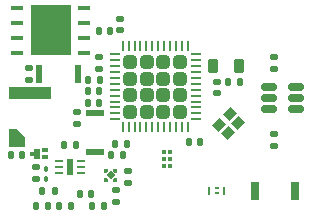
<source format=gbr>
%TF.GenerationSoftware,KiCad,Pcbnew,8.0.5*%
%TF.CreationDate,2024-11-08T04:09:33+01:00*%
%TF.ProjectId,hardware v4 pro max,68617264-7761-4726-9520-76342070726f,rev?*%
%TF.SameCoordinates,Original*%
%TF.FileFunction,Paste,Top*%
%TF.FilePolarity,Positive*%
%FSLAX46Y46*%
G04 Gerber Fmt 4.6, Leading zero omitted, Abs format (unit mm)*
G04 Created by KiCad (PCBNEW 8.0.5) date 2024-11-08 04:09:33*
%MOMM*%
%LPD*%
G01*
G04 APERTURE LIST*
G04 Aperture macros list*
%AMRoundRect*
0 Rectangle with rounded corners*
0 $1 Rounding radius*
0 $2 $3 $4 $5 $6 $7 $8 $9 X,Y pos of 4 corners*
0 Add a 4 corners polygon primitive as box body*
4,1,4,$2,$3,$4,$5,$6,$7,$8,$9,$2,$3,0*
0 Add four circle primitives for the rounded corners*
1,1,$1+$1,$2,$3*
1,1,$1+$1,$4,$5*
1,1,$1+$1,$6,$7*
1,1,$1+$1,$8,$9*
0 Add four rect primitives between the rounded corners*
20,1,$1+$1,$2,$3,$4,$5,0*
20,1,$1+$1,$4,$5,$6,$7,0*
20,1,$1+$1,$6,$7,$8,$9,0*
20,1,$1+$1,$8,$9,$2,$3,0*%
%AMRotRect*
0 Rectangle, with rotation*
0 The origin of the aperture is its center*
0 $1 length*
0 $2 width*
0 $3 Rotation angle, in degrees counterclockwise*
0 Add horizontal line*
21,1,$1,$2,0,0,$3*%
%AMOutline4P*
0 Free polygon, 4 corners , with rotation*
0 The origin of the aperture is its center*
0 number of corners: always 4*
0 $1 to $8 corner X, Y*
0 $9 Rotation angle, in degrees counterclockwise*
0 create outline with 4 corners*
4,1,4,$1,$2,$3,$4,$5,$6,$7,$8,$1,$2,$9*%
%AMOutline5P*
0 Free polygon, 5 corners , with rotation*
0 The origin of the aperture is its center*
0 number of corners: always 5*
0 $1 to $10 corner X, Y*
0 $11 Rotation angle, in degrees counterclockwise*
0 create outline with 5 corners*
4,1,5,$1,$2,$3,$4,$5,$6,$7,$8,$9,$10,$1,$2,$11*%
%AMOutline6P*
0 Free polygon, 6 corners , with rotation*
0 The origin of the aperture is its center*
0 number of corners: always 6*
0 $1 to $12 corner X, Y*
0 $13 Rotation angle, in degrees counterclockwise*
0 create outline with 6 corners*
4,1,6,$1,$2,$3,$4,$5,$6,$7,$8,$9,$10,$11,$12,$1,$2,$13*%
%AMOutline7P*
0 Free polygon, 7 corners , with rotation*
0 The origin of the aperture is its center*
0 number of corners: always 7*
0 $1 to $14 corner X, Y*
0 $15 Rotation angle, in degrees counterclockwise*
0 create outline with 7 corners*
4,1,7,$1,$2,$3,$4,$5,$6,$7,$8,$9,$10,$11,$12,$13,$14,$1,$2,$15*%
%AMOutline8P*
0 Free polygon, 8 corners , with rotation*
0 The origin of the aperture is its center*
0 number of corners: always 8*
0 $1 to $16 corner X, Y*
0 $17 Rotation angle, in degrees counterclockwise*
0 create outline with 8 corners*
4,1,8,$1,$2,$3,$4,$5,$6,$7,$8,$9,$10,$11,$12,$13,$14,$15,$16,$1,$2,$17*%
G04 Aperture macros list end*
%ADD10RoundRect,0.135000X-0.135000X-0.185000X0.135000X-0.185000X0.135000X0.185000X-0.135000X0.185000X0*%
%ADD11RoundRect,0.140000X-0.170000X0.140000X-0.170000X-0.140000X0.170000X-0.140000X0.170000X0.140000X0*%
%ADD12R,0.800000X1.600000*%
%ADD13R,0.275000X0.700000*%
%ADD14R,0.450000X0.245000*%
%ADD15RotRect,0.775000X0.875000X315.000000*%
%ADD16RoundRect,0.135000X0.135000X0.185000X-0.135000X0.185000X-0.135000X-0.185000X0.135000X-0.185000X0*%
%ADD17RoundRect,0.147500X0.147500X0.172500X-0.147500X0.172500X-0.147500X-0.172500X0.147500X-0.172500X0*%
%ADD18R,0.799999X0.250000*%
%ADD19R,0.610000X1.420000*%
%ADD20RoundRect,0.140000X-0.140000X-0.170000X0.140000X-0.170000X0.140000X0.170000X-0.140000X0.170000X0*%
%ADD21RoundRect,0.250000X-0.315000X-0.315000X0.315000X-0.315000X0.315000X0.315000X-0.315000X0.315000X0*%
%ADD22RoundRect,0.062500X-0.375000X-0.062500X0.375000X-0.062500X0.375000X0.062500X-0.375000X0.062500X0*%
%ADD23RoundRect,0.062500X-0.062500X-0.375000X0.062500X-0.375000X0.062500X0.375000X-0.062500X0.375000X0*%
%ADD24R,0.300000X0.300000*%
%ADD25RoundRect,0.150000X-0.512500X-0.150000X0.512500X-0.150000X0.512500X0.150000X-0.512500X0.150000X0*%
%ADD26Outline5P,-0.650000X0.750000X0.650000X0.750000X0.650000X-0.750000X0.000000X-0.750000X-0.650000X-0.100000X180.000000*%
%ADD27R,3.600000X1.100000*%
%ADD28RoundRect,0.140000X0.140000X0.170000X-0.140000X0.170000X-0.140000X-0.170000X0.140000X-0.170000X0*%
%ADD29Outline5P,-0.207500X0.150000X0.207500X0.150000X0.207500X0.000000X0.057500X-0.150000X-0.207500X-0.150000X270.000000*%
%ADD30Outline5P,-0.207500X0.150000X0.057500X0.150000X0.207500X0.000000X0.207500X-0.150000X-0.207500X-0.150000X270.000000*%
%ADD31RotRect,0.500000X0.500000X315.000000*%
%ADD32Outline5P,-0.207500X0.000000X-0.057500X0.150000X0.207500X0.150000X0.207500X-0.150000X-0.207500X-0.150000X270.000000*%
%ADD33Outline5P,-0.207500X0.150000X0.207500X0.150000X0.207500X-0.150000X-0.057500X-0.150000X-0.207500X0.000000X270.000000*%
%ADD34RoundRect,0.218750X-0.218750X-0.381250X0.218750X-0.381250X0.218750X0.381250X-0.218750X0.381250X0*%
%ADD35RoundRect,0.135000X-0.185000X0.135000X-0.185000X-0.135000X0.185000X-0.135000X0.185000X0.135000X0*%
%ADD36R,0.550000X1.500000*%
%ADD37RoundRect,0.140000X0.170000X-0.140000X0.170000X0.140000X-0.170000X0.140000X-0.170000X-0.140000X0*%
%ADD38R,1.050000X0.450000*%
%ADD39R,3.450000X4.350000*%
%ADD40RoundRect,0.090000X-0.090000X0.139000X-0.090000X-0.139000X0.090000X-0.139000X0.090000X0.139000X0*%
%ADD41RoundRect,0.135000X0.185000X-0.135000X0.185000X0.135000X-0.185000X0.135000X-0.185000X-0.135000X0*%
%ADD42R,1.500000X0.550000*%
%ADD43R,0.500000X0.350000*%
%ADD44R,0.340000X0.330000*%
%ADD45Outline4P,-0.450000X-0.220000X0.450000X-0.220000X0.450000X0.220000X-0.450000X0.220000X90.000000*%
G04 APERTURE END LIST*
D10*
%TO.C,R4*%
X133310000Y-109510000D03*
X134330000Y-109510000D03*
%TD*%
D11*
%TO.C,C21*%
X135740000Y-93700000D03*
X135740000Y-94660000D03*
%TD*%
D12*
%TO.C,ANT1*%
X147110000Y-108220000D03*
X150510000Y-108220000D03*
%TD*%
D13*
%TO.C,FL1*%
X143265000Y-108230000D03*
D14*
X143877000Y-108457000D03*
D13*
X144490000Y-108230000D03*
D14*
X143877000Y-108003000D03*
%TD*%
D15*
%TO.C,Y1*%
X145016066Y-101765212D03*
X144115212Y-102666066D03*
X144803934Y-103354788D03*
X145704788Y-102453934D03*
%TD*%
D16*
%TO.C,R17*%
X130160000Y-108230000D03*
X129140000Y-108230000D03*
%TD*%
D17*
%TO.C,L2*%
X145845000Y-99030000D03*
X144875000Y-99030000D03*
%TD*%
D18*
%TO.C,U2*%
X130500000Y-105710000D03*
X130500000Y-106209999D03*
X130500000Y-106709998D03*
X132400002Y-106709998D03*
X132400002Y-106209999D03*
X132400002Y-105710000D03*
D19*
X131450001Y-106209999D03*
%TD*%
D20*
%TO.C,C3*%
X132290000Y-108530000D03*
X133250000Y-108530000D03*
%TD*%
D21*
%TO.C,U1*%
X136582500Y-97330000D03*
X136582500Y-98730000D03*
X136582500Y-100130000D03*
X136582500Y-101530000D03*
X137982500Y-97330000D03*
X137982500Y-98730000D03*
X137982500Y-100130000D03*
X137982500Y-101530000D03*
X139382500Y-97330000D03*
X139382500Y-98730000D03*
X139382500Y-100130000D03*
X139382500Y-101530000D03*
X140782500Y-97330000D03*
X140782500Y-98730000D03*
X140782500Y-100130000D03*
X140782500Y-101530000D03*
D22*
X135245000Y-96680000D03*
X135245000Y-97180000D03*
X135245000Y-97680000D03*
X135245000Y-98180000D03*
X135245000Y-98680000D03*
X135245000Y-99180000D03*
X135245000Y-99680000D03*
X135245000Y-100180000D03*
X135245000Y-100680000D03*
X135245000Y-101180000D03*
X135245000Y-101680000D03*
X135245000Y-102180000D03*
D23*
X135932500Y-102867500D03*
X136432500Y-102867500D03*
X136932500Y-102867500D03*
X137432500Y-102867500D03*
X137932500Y-102867500D03*
X138432500Y-102867500D03*
X138932500Y-102867500D03*
X139432500Y-102867500D03*
X139932500Y-102867500D03*
X140432500Y-102867500D03*
X140932500Y-102867500D03*
X141432500Y-102867500D03*
D22*
X142120000Y-102180000D03*
X142120000Y-101680000D03*
X142120000Y-101180000D03*
X142120000Y-100680000D03*
X142120000Y-100180000D03*
X142120000Y-99680000D03*
X142120000Y-99180000D03*
X142120000Y-98680000D03*
X142120000Y-98180000D03*
X142120000Y-97680000D03*
X142120000Y-97180000D03*
X142120000Y-96680000D03*
D23*
X141432500Y-95992500D03*
X140932500Y-95992500D03*
X140432500Y-95992500D03*
X139932500Y-95992500D03*
X139432500Y-95992500D03*
X138932500Y-95992500D03*
X138432500Y-95992500D03*
X137932500Y-95992500D03*
X137432500Y-95992500D03*
X136932500Y-95992500D03*
X136432500Y-95992500D03*
X135932500Y-95992500D03*
%TD*%
D24*
%TO.C,IC1*%
X139930000Y-106134000D03*
X139930000Y-105547000D03*
X139930000Y-104960000D03*
X139430000Y-106134000D03*
X139430000Y-105547000D03*
X139430000Y-104960000D03*
%TD*%
D25*
%TO.C,U4*%
X148320000Y-99410000D03*
X148320000Y-100360000D03*
X148320000Y-101310000D03*
X150595000Y-101310000D03*
X150595000Y-100360000D03*
X150595000Y-99410000D03*
%TD*%
D16*
%TO.C,R16*%
X134010000Y-98850000D03*
X132990000Y-98850000D03*
%TD*%
D11*
%TO.C,C9*%
X127980000Y-97880000D03*
X127980000Y-98840000D03*
%TD*%
D26*
%TO.C,BT1*%
X126950000Y-103730000D03*
D27*
X128100000Y-99940000D03*
%TD*%
D20*
%TO.C,C26*%
X133890000Y-94710000D03*
X134850000Y-94710000D03*
%TD*%
D10*
%TO.C,R12*%
X135260000Y-104240000D03*
X136280000Y-104240000D03*
%TD*%
D28*
%TO.C,C23*%
X142500000Y-104090000D03*
X141540000Y-104090000D03*
%TD*%
D29*
%TO.C,U3*%
X135255000Y-106542500D03*
D30*
X134545000Y-106542500D03*
D31*
X134900000Y-106935000D03*
D32*
X134545000Y-107327500D03*
D33*
X135255000Y-107327500D03*
%TD*%
D34*
%TO.C,L1*%
X143617500Y-97700000D03*
X145742500Y-97700000D03*
%TD*%
D35*
%TO.C,R6*%
X128570000Y-106240000D03*
X128570000Y-107260000D03*
%TD*%
D36*
%TO.C,SW4*%
X132130000Y-98345000D03*
X128880000Y-98345000D03*
%TD*%
D37*
%TO.C,C17*%
X132040000Y-102540000D03*
X132040000Y-101580000D03*
%TD*%
D35*
%TO.C,R15*%
X148780000Y-103460000D03*
X148780000Y-104480000D03*
%TD*%
D20*
%TO.C,C8*%
X126450000Y-105230000D03*
X127410000Y-105230000D03*
%TD*%
D16*
%TO.C,R11*%
X135930000Y-105230000D03*
X134910000Y-105230000D03*
%TD*%
D10*
%TO.C,R3*%
X130960000Y-104380000D03*
X131980000Y-104380000D03*
%TD*%
D11*
%TO.C,C5*%
X136410000Y-106580000D03*
X136410000Y-107540000D03*
%TD*%
D38*
%TO.C,IC2*%
X132670000Y-96540000D03*
X132670000Y-95270000D03*
X132670000Y-94000000D03*
X132670000Y-92730000D03*
X126970000Y-92730000D03*
X126970000Y-94000000D03*
X126970000Y-95270000D03*
X126970000Y-96540000D03*
D39*
X129820000Y-94635000D03*
%TD*%
D40*
%TO.C,D1*%
X129440000Y-106407500D03*
X129440000Y-107272500D03*
%TD*%
D41*
%TO.C,R14*%
X148750000Y-97950000D03*
X148750000Y-96930000D03*
%TD*%
D20*
%TO.C,C15*%
X132990000Y-100770000D03*
X133950000Y-100770000D03*
%TD*%
D42*
%TO.C,SW5*%
X133565000Y-104930000D03*
X133565000Y-101680000D03*
%TD*%
D43*
%TO.C,Q1*%
X129330000Y-105405000D03*
X129330000Y-104755000D03*
D44*
X128250000Y-105080000D03*
D45*
X128640000Y-105080000D03*
%TD*%
D16*
%TO.C,R5*%
X131550000Y-109530000D03*
X130530000Y-109530000D03*
%TD*%
D11*
%TO.C,C4*%
X135330000Y-108190000D03*
X135330000Y-109150000D03*
%TD*%
D37*
%TO.C,C1*%
X143920000Y-99990000D03*
X143920000Y-99030000D03*
%TD*%
D16*
%TO.C,R18*%
X129590000Y-109510000D03*
X128570000Y-109510000D03*
%TD*%
D11*
%TO.C,C18*%
X133910000Y-96940000D03*
X133910000Y-97900000D03*
%TD*%
D20*
%TO.C,C16*%
X133000000Y-99820000D03*
X133960000Y-99820000D03*
%TD*%
M02*

</source>
